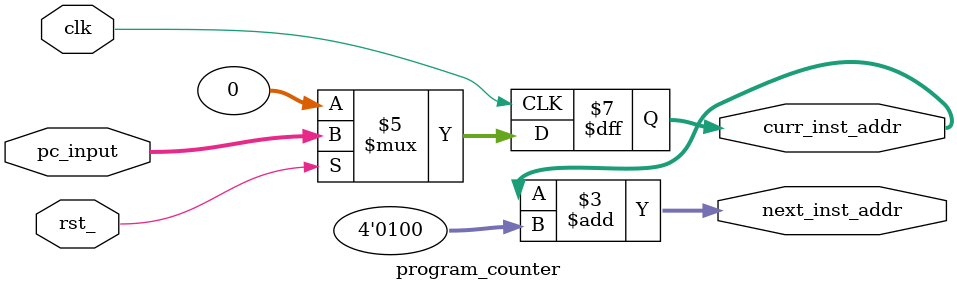
<source format=v>
module program_counter (
    input clk,
    input rst_,
    input [31:0] pc_input,
    output reg [31:0] curr_inst_addr,
    output [31:0] next_inst_addr
);

// FF: store curr address
always @(posedge clk) begin
    if (~rst_)  curr_inst_addr <= 0;
    else        curr_inst_addr <= pc_input;
end

//adder
assign next_inst_addr = curr_inst_addr + 4'h4;






endmodule


</source>
